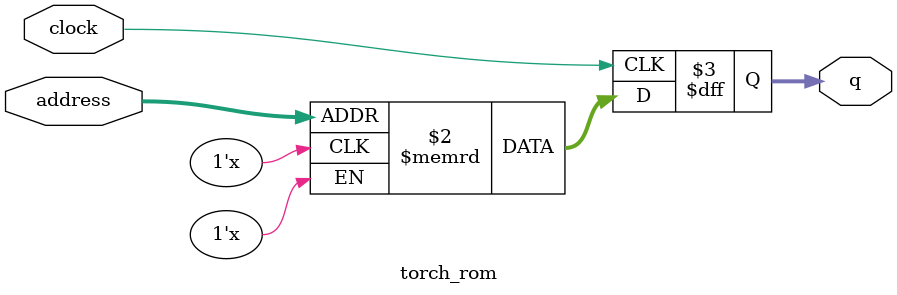
<source format=sv>
module torch_rom (
	input logic clock,
	input logic [14:0] address,
	output logic [2:0] q
);

logic [2:0] memory [0:21999] /* synthesis ram_init_file = "./torch/torch.mif" */;

always_ff @ (posedge clock) begin
	q <= memory[address];
end

endmodule

</source>
